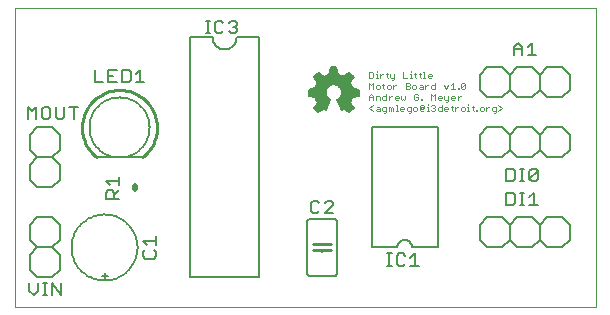
<source format=gto>
G75*
G70*
%OFA0B0*%
%FSLAX24Y24*%
%IPPOS*%
%LPD*%
%AMOC8*
5,1,8,0,0,1.08239X$1,22.5*
%
%ADD10C,0.0000*%
%ADD11C,0.0040*%
%ADD12C,0.0060*%
%ADD13C,0.0080*%
%ADD14C,0.0100*%
%ADD15C,0.0200*%
D10*
X000180Y000180D02*
X000180Y010176D01*
X019550Y010176D01*
X019550Y000180D01*
X000180Y000180D01*
D11*
X012509Y006673D02*
X012542Y006673D01*
X012575Y006707D01*
X012575Y006873D01*
X012475Y006873D01*
X012442Y006840D01*
X012442Y006773D01*
X012475Y006740D01*
X012575Y006740D01*
X012663Y006740D02*
X012663Y006873D01*
X012696Y006873D01*
X012730Y006840D01*
X012763Y006873D01*
X012796Y006840D01*
X012796Y006740D01*
X012730Y006740D02*
X012730Y006840D01*
X012884Y006740D02*
X012951Y006740D01*
X012917Y006740D02*
X012917Y006940D01*
X012884Y006940D01*
X013031Y006840D02*
X013031Y006773D01*
X013065Y006740D01*
X013131Y006740D01*
X013165Y006807D02*
X013031Y006807D01*
X013031Y006840D02*
X013065Y006873D01*
X013131Y006873D01*
X013165Y006840D01*
X013165Y006807D01*
X013252Y006840D02*
X013252Y006773D01*
X013286Y006740D01*
X013386Y006740D01*
X013386Y006707D02*
X013386Y006873D01*
X013286Y006873D01*
X013252Y006840D01*
X013473Y006840D02*
X013473Y006773D01*
X013507Y006740D01*
X013573Y006740D01*
X013607Y006773D01*
X013607Y006840D01*
X013573Y006873D01*
X013507Y006873D01*
X013473Y006840D01*
X013694Y006773D02*
X013694Y006907D01*
X013728Y006940D01*
X013794Y006940D01*
X013828Y006907D01*
X013828Y006840D01*
X013794Y006807D01*
X013794Y006873D01*
X013728Y006873D01*
X013728Y006807D01*
X013794Y006807D01*
X013828Y006773D02*
X013794Y006740D01*
X013728Y006740D01*
X013694Y006773D01*
X013386Y006707D02*
X013352Y006673D01*
X013319Y006673D01*
X013915Y006740D02*
X013982Y006740D01*
X013949Y006740D02*
X013949Y006873D01*
X013915Y006873D01*
X013949Y006940D02*
X013949Y006974D01*
X014063Y006907D02*
X014096Y006940D01*
X014163Y006940D01*
X014196Y006907D01*
X014196Y006873D01*
X014163Y006840D01*
X014196Y006807D01*
X014196Y006773D01*
X014163Y006740D01*
X014096Y006740D01*
X014063Y006773D01*
X014129Y006840D02*
X014163Y006840D01*
X014284Y006840D02*
X014317Y006873D01*
X014417Y006873D01*
X014417Y006940D02*
X014417Y006740D01*
X014317Y006740D01*
X014284Y006773D01*
X014284Y006840D01*
X014505Y006840D02*
X014505Y006773D01*
X014538Y006740D01*
X014605Y006740D01*
X014638Y006807D02*
X014505Y006807D01*
X014505Y006840D02*
X014538Y006873D01*
X014605Y006873D01*
X014638Y006840D01*
X014638Y006807D01*
X014726Y006873D02*
X014792Y006873D01*
X014759Y006907D02*
X014759Y006773D01*
X014792Y006740D01*
X014873Y006740D02*
X014873Y006873D01*
X014873Y006807D02*
X014940Y006873D01*
X014973Y006873D01*
X015057Y006840D02*
X015057Y006773D01*
X015090Y006740D01*
X015157Y006740D01*
X015190Y006773D01*
X015190Y006840D01*
X015157Y006873D01*
X015090Y006873D01*
X015057Y006840D01*
X015278Y006873D02*
X015311Y006873D01*
X015311Y006740D01*
X015278Y006740D02*
X015345Y006740D01*
X015459Y006773D02*
X015492Y006740D01*
X015459Y006773D02*
X015459Y006907D01*
X015492Y006873D02*
X015425Y006873D01*
X015311Y006940D02*
X015311Y006974D01*
X015683Y006840D02*
X015683Y006773D01*
X015716Y006740D01*
X015783Y006740D01*
X015817Y006773D01*
X015817Y006840D01*
X015783Y006873D01*
X015716Y006873D01*
X015683Y006840D01*
X015606Y006773D02*
X015606Y006740D01*
X015573Y006740D01*
X015573Y006773D01*
X015606Y006773D01*
X015904Y006740D02*
X015904Y006873D01*
X015904Y006807D02*
X015971Y006873D01*
X016004Y006873D01*
X016088Y006840D02*
X016088Y006773D01*
X016122Y006740D01*
X016222Y006740D01*
X016222Y006707D02*
X016222Y006873D01*
X016122Y006873D01*
X016088Y006840D01*
X016309Y006740D02*
X016443Y006840D01*
X016309Y006940D01*
X016222Y006707D02*
X016188Y006673D01*
X016155Y006673D01*
X015047Y007233D02*
X015013Y007233D01*
X014947Y007167D01*
X014947Y007233D02*
X014947Y007100D01*
X014859Y007167D02*
X014726Y007167D01*
X014726Y007200D02*
X014759Y007233D01*
X014826Y007233D01*
X014859Y007200D01*
X014859Y007167D01*
X014826Y007100D02*
X014759Y007100D01*
X014726Y007133D01*
X014726Y007200D01*
X014638Y007233D02*
X014638Y007067D01*
X014605Y007033D01*
X014571Y007033D01*
X014538Y007100D02*
X014638Y007100D01*
X014538Y007100D02*
X014505Y007133D01*
X014505Y007233D01*
X014417Y007200D02*
X014417Y007167D01*
X014284Y007167D01*
X014284Y007200D02*
X014317Y007233D01*
X014384Y007233D01*
X014417Y007200D01*
X014384Y007100D02*
X014317Y007100D01*
X014284Y007133D01*
X014284Y007200D01*
X014196Y007300D02*
X014196Y007100D01*
X014063Y007100D02*
X014063Y007300D01*
X014129Y007233D01*
X014196Y007300D01*
X014196Y007460D02*
X014096Y007460D01*
X014063Y007493D01*
X014063Y007560D01*
X014096Y007593D01*
X014196Y007593D01*
X014196Y007660D02*
X014196Y007460D01*
X013978Y007593D02*
X013945Y007593D01*
X013878Y007527D01*
X013878Y007593D02*
X013878Y007460D01*
X013791Y007460D02*
X013691Y007460D01*
X013657Y007493D01*
X013691Y007527D01*
X013791Y007527D01*
X013791Y007560D02*
X013791Y007460D01*
X013791Y007560D02*
X013757Y007593D01*
X013691Y007593D01*
X013570Y007560D02*
X013537Y007593D01*
X013470Y007593D01*
X013436Y007560D01*
X013436Y007493D01*
X013470Y007460D01*
X013537Y007460D01*
X013570Y007493D01*
X013570Y007560D01*
X013349Y007527D02*
X013349Y007493D01*
X013316Y007460D01*
X013215Y007460D01*
X013215Y007660D01*
X013316Y007660D01*
X013349Y007627D01*
X013349Y007593D01*
X013316Y007560D01*
X013215Y007560D01*
X013316Y007560D02*
X013349Y007527D01*
X013543Y007300D02*
X013510Y007267D01*
X013510Y007133D01*
X013543Y007100D01*
X013610Y007100D01*
X013644Y007133D01*
X013644Y007200D01*
X013577Y007200D01*
X013644Y007267D02*
X013610Y007300D01*
X013543Y007300D01*
X013731Y007133D02*
X013764Y007133D01*
X013764Y007100D01*
X013731Y007100D01*
X013731Y007133D01*
X013202Y007133D02*
X013202Y007233D01*
X013202Y007133D02*
X013168Y007100D01*
X013135Y007133D01*
X013101Y007100D01*
X013068Y007133D01*
X013068Y007233D01*
X012981Y007200D02*
X012981Y007167D01*
X012847Y007167D01*
X012847Y007200D02*
X012880Y007233D01*
X012947Y007233D01*
X012981Y007200D01*
X012947Y007100D02*
X012880Y007100D01*
X012847Y007133D01*
X012847Y007200D01*
X012763Y007233D02*
X012730Y007233D01*
X012663Y007167D01*
X012663Y007233D02*
X012663Y007100D01*
X012575Y007100D02*
X012475Y007100D01*
X012442Y007133D01*
X012442Y007200D01*
X012475Y007233D01*
X012575Y007233D01*
X012575Y007300D02*
X012575Y007100D01*
X012354Y007100D02*
X012354Y007200D01*
X012321Y007233D01*
X012221Y007233D01*
X012221Y007100D01*
X012133Y007100D02*
X012133Y007233D01*
X012067Y007300D01*
X012000Y007233D01*
X012000Y007100D01*
X012000Y007200D02*
X012133Y007200D01*
X012133Y006940D02*
X012000Y006840D01*
X012133Y006740D01*
X012221Y006773D02*
X012254Y006807D01*
X012354Y006807D01*
X012354Y006840D02*
X012354Y006740D01*
X012254Y006740D01*
X012221Y006773D01*
X012254Y006873D02*
X012321Y006873D01*
X012354Y006840D01*
X012321Y007460D02*
X012254Y007460D01*
X012221Y007493D01*
X012221Y007560D01*
X012254Y007593D01*
X012321Y007593D01*
X012354Y007560D01*
X012354Y007493D01*
X012321Y007460D01*
X012475Y007493D02*
X012509Y007460D01*
X012475Y007493D02*
X012475Y007627D01*
X012442Y007593D02*
X012509Y007593D01*
X012589Y007560D02*
X012589Y007493D01*
X012623Y007460D01*
X012689Y007460D01*
X012723Y007493D01*
X012723Y007560D01*
X012689Y007593D01*
X012623Y007593D01*
X012589Y007560D01*
X012810Y007527D02*
X012877Y007593D01*
X012910Y007593D01*
X012810Y007593D02*
X012810Y007460D01*
X012800Y007753D02*
X012767Y007753D01*
X012800Y007753D02*
X012833Y007787D01*
X012833Y007953D01*
X012833Y007820D02*
X012733Y007820D01*
X012700Y007853D01*
X012700Y007953D01*
X012619Y007953D02*
X012552Y007953D01*
X012586Y007987D02*
X012586Y007853D01*
X012619Y007820D01*
X012468Y007953D02*
X012435Y007953D01*
X012368Y007887D01*
X012368Y007953D02*
X012368Y007820D01*
X012288Y007820D02*
X012221Y007820D01*
X012254Y007820D02*
X012254Y007953D01*
X012221Y007953D01*
X012254Y008020D02*
X012254Y008054D01*
X012133Y007987D02*
X012100Y008020D01*
X012000Y008020D01*
X012000Y007820D01*
X012100Y007820D01*
X012133Y007853D01*
X012133Y007987D01*
X012133Y007660D02*
X012067Y007593D01*
X012000Y007660D01*
X012000Y007460D01*
X012133Y007460D02*
X012133Y007660D01*
X013142Y007820D02*
X013275Y007820D01*
X013363Y007820D02*
X013429Y007820D01*
X013396Y007820D02*
X013396Y007953D01*
X013363Y007953D01*
X013396Y008020D02*
X013396Y008054D01*
X013510Y007953D02*
X013577Y007953D01*
X013543Y007987D02*
X013543Y007853D01*
X013577Y007820D01*
X013691Y007853D02*
X013724Y007820D01*
X013691Y007853D02*
X013691Y007987D01*
X013724Y007953D02*
X013657Y007953D01*
X013805Y008020D02*
X013838Y008020D01*
X013838Y007820D01*
X013805Y007820D02*
X013871Y007820D01*
X013952Y007853D02*
X013952Y007920D01*
X013985Y007953D01*
X014052Y007953D01*
X014086Y007920D01*
X014086Y007887D01*
X013952Y007887D01*
X013952Y007853D02*
X013985Y007820D01*
X014052Y007820D01*
X014505Y007593D02*
X014571Y007460D01*
X014638Y007593D01*
X014726Y007593D02*
X014792Y007660D01*
X014792Y007460D01*
X014726Y007460D02*
X014859Y007460D01*
X014947Y007460D02*
X014980Y007460D01*
X014980Y007493D01*
X014947Y007493D01*
X014947Y007460D01*
X015057Y007493D02*
X015190Y007627D01*
X015190Y007493D01*
X015157Y007460D01*
X015090Y007460D01*
X015057Y007493D01*
X015057Y007627D01*
X015090Y007660D01*
X015157Y007660D01*
X015190Y007627D01*
X013142Y007820D02*
X013142Y008020D01*
D12*
X011650Y007440D02*
X011650Y007240D01*
X011430Y007200D01*
X011374Y007200D02*
X011070Y007200D01*
X011026Y007142D02*
X011362Y007142D01*
X011351Y007083D02*
X010982Y007083D01*
X010980Y007080D02*
X011130Y007280D01*
X011080Y007530D01*
X010880Y007630D01*
X010680Y007630D01*
X010530Y007480D01*
X010530Y007180D01*
X010680Y007080D01*
X010530Y006830D01*
X010480Y006830D01*
X010330Y006730D01*
X010230Y006830D01*
X010330Y006980D01*
X010230Y007230D01*
X010030Y007280D01*
X010030Y007430D01*
X010230Y007430D01*
X010330Y007680D01*
X010180Y007880D01*
X010330Y007980D01*
X010480Y007830D01*
X010680Y007930D01*
X010730Y008130D01*
X010880Y008130D01*
X010930Y007930D01*
X011130Y007830D01*
X011330Y007980D01*
X011430Y007880D01*
X011330Y007680D01*
X011430Y007430D01*
X011630Y007430D01*
X011630Y007280D01*
X011380Y007230D01*
X011330Y006980D01*
X011430Y006830D01*
X011330Y006730D01*
X011180Y006830D01*
X011080Y006780D01*
X010980Y007080D01*
X010940Y007100D02*
X011080Y006760D01*
X011160Y006800D01*
X011340Y006680D01*
X011480Y006820D01*
X011350Y007000D01*
X011339Y007025D02*
X010998Y007025D01*
X011018Y006966D02*
X011339Y006966D01*
X011378Y006908D02*
X011037Y006908D01*
X011057Y006849D02*
X011417Y006849D01*
X011391Y006791D02*
X011239Y006791D01*
X011327Y006732D02*
X011332Y006732D01*
X011101Y006791D02*
X011076Y006791D01*
X010700Y007100D02*
X010550Y006760D01*
X010480Y006800D01*
X010300Y006680D01*
X010160Y006820D01*
X010280Y007000D01*
X010312Y007025D02*
X010647Y007025D01*
X010675Y007083D02*
X010289Y007083D01*
X010265Y007142D02*
X010588Y007142D01*
X010530Y007200D02*
X010242Y007200D01*
X010200Y007200D02*
X009980Y007240D01*
X009980Y007440D01*
X010210Y007480D01*
X010255Y007493D02*
X010543Y007493D01*
X010530Y007434D02*
X010232Y007434D01*
X010278Y007551D02*
X010601Y007551D01*
X010660Y007610D02*
X010302Y007610D01*
X010290Y007670D02*
X010160Y007860D01*
X010300Y008000D01*
X010490Y007870D01*
X010507Y007844D02*
X011103Y007844D01*
X011148Y007844D02*
X011412Y007844D01*
X011408Y007902D02*
X011226Y007902D01*
X011140Y007870D02*
X011340Y008000D01*
X011480Y007860D01*
X011340Y007670D01*
X011335Y007668D02*
X010325Y007668D01*
X010295Y007727D02*
X011353Y007727D01*
X011383Y007785D02*
X010251Y007785D01*
X010207Y007844D02*
X010466Y007844D01*
X010408Y007902D02*
X010213Y007902D01*
X010301Y007961D02*
X010349Y007961D01*
X010624Y007902D02*
X010986Y007902D01*
X010960Y007940D02*
X010910Y008180D01*
X010720Y008180D01*
X010670Y007940D01*
X010688Y007961D02*
X010922Y007961D01*
X010908Y008019D02*
X010702Y008019D01*
X010717Y008078D02*
X010893Y008078D01*
X011304Y007961D02*
X011349Y007961D01*
X011358Y007610D02*
X010921Y007610D01*
X011038Y007551D02*
X011382Y007551D01*
X011405Y007493D02*
X011087Y007493D01*
X011099Y007434D02*
X011428Y007434D01*
X011430Y007480D02*
X011650Y007440D01*
X011630Y007376D02*
X011111Y007376D01*
X011123Y007317D02*
X011630Y007317D01*
X011523Y007259D02*
X011114Y007259D01*
X011432Y007480D02*
X011420Y007520D01*
X011405Y007559D01*
X011387Y007597D01*
X011367Y007633D01*
X011345Y007668D01*
X010940Y007100D02*
X010968Y007116D01*
X010995Y007135D01*
X011018Y007157D01*
X011039Y007182D01*
X011057Y007210D01*
X011072Y007239D01*
X011082Y007270D01*
X011090Y007301D01*
X011093Y007334D01*
X011092Y007366D01*
X011088Y007399D01*
X011079Y007430D01*
X011067Y007460D01*
X011052Y007489D01*
X011033Y007516D01*
X011011Y007540D01*
X010987Y007561D01*
X010960Y007580D01*
X010931Y007595D01*
X010900Y007606D01*
X010869Y007614D01*
X010836Y007618D01*
X010804Y007618D01*
X010771Y007614D01*
X010740Y007606D01*
X010709Y007595D01*
X010680Y007580D01*
X010653Y007561D01*
X010629Y007540D01*
X010607Y007516D01*
X010588Y007489D01*
X010573Y007460D01*
X010561Y007430D01*
X010552Y007399D01*
X010548Y007366D01*
X010547Y007334D01*
X010550Y007301D01*
X010558Y007270D01*
X010568Y007239D01*
X010583Y007210D01*
X010601Y007182D01*
X010622Y007157D01*
X010645Y007135D01*
X010672Y007116D01*
X010700Y007100D01*
X010612Y006966D02*
X010321Y006966D01*
X010282Y006908D02*
X010577Y006908D01*
X010541Y006849D02*
X010243Y006849D01*
X010269Y006791D02*
X010421Y006791D01*
X010333Y006732D02*
X010328Y006732D01*
X010530Y007259D02*
X010116Y007259D01*
X010030Y007317D02*
X010530Y007317D01*
X010530Y007376D02*
X010030Y007376D01*
X010202Y007184D02*
X010217Y007137D01*
X010235Y007091D01*
X010257Y007047D01*
X010282Y007005D01*
X010492Y007866D02*
X010534Y007889D01*
X010577Y007908D01*
X010622Y007925D01*
X010668Y007937D01*
X010960Y007941D02*
X011006Y007929D01*
X011052Y007913D01*
X011096Y007893D01*
X011139Y007870D01*
X011429Y007201D02*
X011419Y007159D01*
X011406Y007118D01*
X011390Y007078D01*
X011371Y007039D01*
X011349Y007002D01*
X010208Y007482D02*
X010219Y007522D01*
X010233Y007561D01*
X010249Y007598D01*
X010268Y007635D01*
X010289Y007670D01*
X008330Y009180D02*
X007580Y009180D01*
X007578Y009141D01*
X007572Y009102D01*
X007563Y009064D01*
X007550Y009027D01*
X007533Y008991D01*
X007513Y008958D01*
X007489Y008926D01*
X007463Y008897D01*
X007434Y008871D01*
X007402Y008847D01*
X007369Y008827D01*
X007333Y008810D01*
X007296Y008797D01*
X007258Y008788D01*
X007219Y008782D01*
X007180Y008780D01*
X007141Y008782D01*
X007102Y008788D01*
X007064Y008797D01*
X007027Y008810D01*
X006991Y008827D01*
X006958Y008847D01*
X006926Y008871D01*
X006897Y008897D01*
X006871Y008926D01*
X006847Y008958D01*
X006827Y008991D01*
X006810Y009027D01*
X006797Y009064D01*
X006788Y009102D01*
X006782Y009141D01*
X006780Y009180D01*
X006030Y009180D01*
X006030Y001180D01*
X008330Y001180D01*
X008330Y009180D01*
X012080Y006180D02*
X012080Y002180D01*
X012930Y002180D01*
X012932Y002210D01*
X012937Y002240D01*
X012946Y002269D01*
X012959Y002296D01*
X012974Y002322D01*
X012993Y002346D01*
X013014Y002367D01*
X013038Y002386D01*
X013064Y002401D01*
X013091Y002414D01*
X013120Y002423D01*
X013150Y002428D01*
X013180Y002430D01*
X013210Y002428D01*
X013240Y002423D01*
X013269Y002414D01*
X013296Y002401D01*
X013322Y002386D01*
X013346Y002367D01*
X013367Y002346D01*
X013386Y002322D01*
X013401Y002296D01*
X013414Y002269D01*
X013423Y002240D01*
X013428Y002210D01*
X013430Y002180D01*
X014280Y002180D01*
X014280Y006180D01*
X012080Y006180D01*
X015680Y005930D02*
X015680Y005430D01*
X015930Y005180D01*
X016430Y005180D01*
X016680Y005430D01*
X016930Y005180D01*
X017430Y005180D01*
X017680Y005430D01*
X017930Y005180D01*
X018430Y005180D01*
X018680Y005430D01*
X018680Y005930D01*
X018430Y006180D01*
X017930Y006180D01*
X017680Y005930D01*
X017680Y005430D01*
X017680Y005930D02*
X017430Y006180D01*
X016930Y006180D01*
X016680Y005930D01*
X016680Y005430D01*
X016680Y005930D02*
X016430Y006180D01*
X015930Y006180D01*
X015680Y005930D01*
X015930Y007180D02*
X016430Y007180D01*
X016680Y007430D01*
X016930Y007180D01*
X017430Y007180D01*
X017680Y007430D01*
X017930Y007180D01*
X018430Y007180D01*
X018680Y007430D01*
X018680Y007930D01*
X018430Y008180D01*
X017930Y008180D01*
X017680Y007930D01*
X017680Y007430D01*
X017680Y007930D02*
X017430Y008180D01*
X016930Y008180D01*
X016680Y007930D01*
X016680Y007430D01*
X015930Y007180D02*
X015680Y007430D01*
X015680Y007930D01*
X015930Y008180D01*
X016430Y008180D01*
X016680Y007930D01*
X016430Y003180D02*
X015930Y003180D01*
X015680Y002930D01*
X015680Y002430D01*
X015930Y002180D01*
X016430Y002180D01*
X016680Y002430D01*
X016930Y002180D01*
X017430Y002180D01*
X017680Y002430D01*
X017930Y002180D01*
X018430Y002180D01*
X018680Y002430D01*
X018680Y002930D01*
X018430Y003180D01*
X017930Y003180D01*
X017680Y002930D01*
X017680Y002430D01*
X017680Y002930D02*
X017430Y003180D01*
X016930Y003180D01*
X016680Y002930D01*
X016680Y002430D01*
X016680Y002930D02*
X016430Y003180D01*
X010930Y003030D02*
X010930Y001330D01*
X010928Y001313D01*
X010924Y001296D01*
X010917Y001280D01*
X010907Y001266D01*
X010894Y001253D01*
X010880Y001243D01*
X010864Y001236D01*
X010847Y001232D01*
X010830Y001230D01*
X010030Y001230D01*
X010013Y001232D01*
X009996Y001236D01*
X009980Y001243D01*
X009966Y001253D01*
X009953Y001266D01*
X009943Y001280D01*
X009936Y001296D01*
X009932Y001313D01*
X009930Y001330D01*
X009930Y003030D01*
X009932Y003047D01*
X009936Y003064D01*
X009943Y003080D01*
X009953Y003094D01*
X009966Y003107D01*
X009980Y003117D01*
X009996Y003124D01*
X010013Y003128D01*
X010030Y003130D01*
X010830Y003130D01*
X010847Y003128D01*
X010864Y003124D01*
X010880Y003117D01*
X010894Y003107D01*
X010907Y003094D01*
X010917Y003080D01*
X010924Y003064D01*
X010928Y003047D01*
X010930Y003030D01*
X010430Y002330D02*
X010430Y002280D01*
X010430Y002080D02*
X010430Y002030D01*
X003280Y001230D02*
X003080Y001230D01*
X003180Y001330D02*
X003180Y001130D01*
X001680Y001430D02*
X001680Y001930D01*
X001430Y002180D01*
X000930Y002180D01*
X000680Y001930D01*
X000680Y001430D01*
X000930Y001180D01*
X001430Y001180D01*
X001680Y001430D01*
X001430Y002180D02*
X001680Y002430D01*
X001680Y002930D01*
X001430Y003180D01*
X000930Y003180D01*
X000680Y002930D01*
X000680Y002430D01*
X000930Y002180D01*
X002080Y002180D02*
X002082Y002246D01*
X002088Y002311D01*
X002098Y002376D01*
X002111Y002441D01*
X002129Y002504D01*
X002150Y002567D01*
X002175Y002627D01*
X002204Y002687D01*
X002236Y002744D01*
X002271Y002800D01*
X002310Y002853D01*
X002352Y002904D01*
X002396Y002952D01*
X002444Y002997D01*
X002494Y003040D01*
X002547Y003079D01*
X002602Y003116D01*
X002659Y003149D01*
X002718Y003178D01*
X002778Y003204D01*
X002840Y003226D01*
X002903Y003245D01*
X002967Y003259D01*
X003032Y003270D01*
X003098Y003277D01*
X003164Y003280D01*
X003229Y003279D01*
X003295Y003274D01*
X003360Y003265D01*
X003425Y003252D01*
X003488Y003236D01*
X003551Y003216D01*
X003612Y003191D01*
X003672Y003164D01*
X003730Y003133D01*
X003786Y003098D01*
X003840Y003060D01*
X003891Y003019D01*
X003940Y002975D01*
X003986Y002928D01*
X004030Y002879D01*
X004070Y002827D01*
X004107Y002772D01*
X004141Y002716D01*
X004171Y002657D01*
X004198Y002597D01*
X004221Y002536D01*
X004240Y002473D01*
X004256Y002409D01*
X004268Y002344D01*
X004276Y002279D01*
X004280Y002213D01*
X004280Y002147D01*
X004276Y002081D01*
X004268Y002016D01*
X004256Y001951D01*
X004240Y001887D01*
X004221Y001824D01*
X004198Y001763D01*
X004171Y001703D01*
X004141Y001644D01*
X004107Y001588D01*
X004070Y001533D01*
X004030Y001481D01*
X003986Y001432D01*
X003940Y001385D01*
X003891Y001341D01*
X003840Y001300D01*
X003786Y001262D01*
X003730Y001227D01*
X003672Y001196D01*
X003612Y001169D01*
X003551Y001144D01*
X003488Y001124D01*
X003425Y001108D01*
X003360Y001095D01*
X003295Y001086D01*
X003229Y001081D01*
X003164Y001080D01*
X003098Y001083D01*
X003032Y001090D01*
X002967Y001101D01*
X002903Y001115D01*
X002840Y001134D01*
X002778Y001156D01*
X002718Y001182D01*
X002659Y001211D01*
X002602Y001244D01*
X002547Y001281D01*
X002494Y001320D01*
X002444Y001363D01*
X002396Y001408D01*
X002352Y001456D01*
X002310Y001507D01*
X002271Y001560D01*
X002236Y001616D01*
X002204Y001673D01*
X002175Y001733D01*
X002150Y001793D01*
X002129Y001856D01*
X002111Y001919D01*
X002098Y001984D01*
X002088Y002049D01*
X002082Y002114D01*
X002080Y002180D01*
X001430Y004180D02*
X000930Y004180D01*
X000680Y004430D01*
X000680Y004930D01*
X000930Y005180D01*
X000680Y005430D01*
X000680Y005930D01*
X000930Y006180D01*
X001430Y006180D01*
X001680Y005930D01*
X001680Y005430D01*
X001430Y005180D01*
X001680Y004930D01*
X001680Y004430D01*
X001430Y004180D01*
X001430Y005180D02*
X000930Y005180D01*
X002680Y006180D02*
X002682Y006243D01*
X002688Y006305D01*
X002698Y006367D01*
X002711Y006429D01*
X002729Y006489D01*
X002750Y006548D01*
X002775Y006606D01*
X002804Y006662D01*
X002836Y006716D01*
X002871Y006768D01*
X002909Y006817D01*
X002951Y006865D01*
X002995Y006909D01*
X003043Y006951D01*
X003092Y006989D01*
X003144Y007024D01*
X003198Y007056D01*
X003254Y007085D01*
X003312Y007110D01*
X003371Y007131D01*
X003431Y007149D01*
X003493Y007162D01*
X003555Y007172D01*
X003617Y007178D01*
X003680Y007180D01*
X003743Y007178D01*
X003805Y007172D01*
X003867Y007162D01*
X003929Y007149D01*
X003989Y007131D01*
X004048Y007110D01*
X004106Y007085D01*
X004162Y007056D01*
X004216Y007024D01*
X004268Y006989D01*
X004317Y006951D01*
X004365Y006909D01*
X004409Y006865D01*
X004451Y006817D01*
X004489Y006768D01*
X004524Y006716D01*
X004556Y006662D01*
X004585Y006606D01*
X004610Y006548D01*
X004631Y006489D01*
X004649Y006429D01*
X004662Y006367D01*
X004672Y006305D01*
X004678Y006243D01*
X004680Y006180D01*
X004678Y006117D01*
X004672Y006055D01*
X004662Y005993D01*
X004649Y005931D01*
X004631Y005871D01*
X004610Y005812D01*
X004585Y005754D01*
X004556Y005698D01*
X004524Y005644D01*
X004489Y005592D01*
X004451Y005543D01*
X004409Y005495D01*
X004365Y005451D01*
X004317Y005409D01*
X004268Y005371D01*
X004216Y005336D01*
X004162Y005304D01*
X004106Y005275D01*
X004048Y005250D01*
X003989Y005229D01*
X003929Y005211D01*
X003867Y005198D01*
X003805Y005188D01*
X003743Y005182D01*
X003680Y005180D01*
X003617Y005182D01*
X003555Y005188D01*
X003493Y005198D01*
X003431Y005211D01*
X003371Y005229D01*
X003312Y005250D01*
X003254Y005275D01*
X003198Y005304D01*
X003144Y005336D01*
X003092Y005371D01*
X003043Y005409D01*
X002995Y005451D01*
X002951Y005495D01*
X002909Y005543D01*
X002871Y005592D01*
X002836Y005644D01*
X002804Y005698D01*
X002775Y005754D01*
X002750Y005812D01*
X002729Y005871D01*
X002711Y005931D01*
X002698Y005993D01*
X002688Y006055D01*
X002682Y006117D01*
X002680Y006180D01*
D13*
X002151Y006450D02*
X002151Y006870D01*
X002291Y006870D02*
X002010Y006870D01*
X001830Y006870D02*
X001830Y006520D01*
X001760Y006450D01*
X001620Y006450D01*
X001550Y006520D01*
X001550Y006870D01*
X001370Y006800D02*
X001300Y006870D01*
X001160Y006870D01*
X001090Y006800D01*
X001090Y006520D01*
X001160Y006450D01*
X001300Y006450D01*
X001370Y006520D01*
X001370Y006800D01*
X000909Y006870D02*
X000909Y006450D01*
X000629Y006450D02*
X000629Y006870D01*
X000769Y006730D01*
X000909Y006870D01*
X002849Y007680D02*
X003129Y007680D01*
X003310Y007680D02*
X003590Y007680D01*
X003770Y007680D02*
X003980Y007680D01*
X004050Y007750D01*
X004050Y008030D01*
X003980Y008100D01*
X003770Y008100D01*
X003770Y007680D01*
X003450Y007890D02*
X003310Y007890D01*
X003310Y008100D02*
X003310Y007680D01*
X002849Y007680D02*
X002849Y008100D01*
X003310Y008100D02*
X003590Y008100D01*
X004230Y007960D02*
X004371Y008100D01*
X004371Y007680D01*
X004511Y007680D02*
X004230Y007680D01*
X006556Y009320D02*
X006696Y009320D01*
X006626Y009320D02*
X006626Y009740D01*
X006556Y009740D02*
X006696Y009740D01*
X006863Y009670D02*
X006863Y009390D01*
X006933Y009320D01*
X007073Y009320D01*
X007143Y009390D01*
X007323Y009390D02*
X007394Y009320D01*
X007534Y009320D01*
X007604Y009390D01*
X007604Y009460D01*
X007534Y009530D01*
X007464Y009530D01*
X007534Y009530D02*
X007604Y009600D01*
X007604Y009670D01*
X007534Y009740D01*
X007394Y009740D01*
X007323Y009670D01*
X007143Y009670D02*
X007073Y009740D01*
X006933Y009740D01*
X006863Y009670D01*
X004430Y005180D02*
X002930Y005180D01*
X003650Y004540D02*
X003650Y004260D01*
X003650Y004400D02*
X003230Y004400D01*
X003370Y004260D01*
X003300Y004080D02*
X003440Y004080D01*
X003510Y004010D01*
X003510Y003800D01*
X003650Y003800D02*
X003230Y003800D01*
X003230Y004010D01*
X003300Y004080D01*
X003510Y003940D02*
X003650Y004080D01*
X004890Y002550D02*
X004890Y002270D01*
X004820Y002090D02*
X004890Y002020D01*
X004890Y001880D01*
X004820Y001810D01*
X004540Y001810D01*
X004470Y001880D01*
X004470Y002020D01*
X004540Y002090D01*
X004610Y002270D02*
X004470Y002410D01*
X004890Y002410D01*
X001724Y001010D02*
X001724Y000590D01*
X001443Y001010D01*
X001443Y000590D01*
X001277Y000590D02*
X001137Y000590D01*
X001207Y000590D02*
X001207Y001010D01*
X001137Y001010D02*
X001277Y001010D01*
X000956Y001010D02*
X000956Y000730D01*
X000816Y000590D01*
X000676Y000730D01*
X000676Y001010D01*
X010060Y003390D02*
X010130Y003320D01*
X010270Y003320D01*
X010340Y003390D01*
X010520Y003320D02*
X010800Y003600D01*
X010800Y003670D01*
X010730Y003740D01*
X010590Y003740D01*
X010520Y003670D01*
X010340Y003670D02*
X010270Y003740D01*
X010130Y003740D01*
X010060Y003670D01*
X010060Y003390D01*
X010520Y003320D02*
X010800Y003320D01*
X012606Y001980D02*
X012746Y001980D01*
X012676Y001980D02*
X012676Y001560D01*
X012606Y001560D02*
X012746Y001560D01*
X012913Y001630D02*
X012983Y001560D01*
X013123Y001560D01*
X013193Y001630D01*
X013373Y001560D02*
X013654Y001560D01*
X013514Y001560D02*
X013514Y001980D01*
X013373Y001840D01*
X013193Y001910D02*
X013123Y001980D01*
X012983Y001980D01*
X012913Y001910D01*
X012913Y001630D01*
X016576Y003590D02*
X016786Y003590D01*
X016856Y003660D01*
X016856Y003940D01*
X016786Y004010D01*
X016576Y004010D01*
X016576Y003590D01*
X017037Y003590D02*
X017177Y003590D01*
X017107Y003590D02*
X017107Y004010D01*
X017037Y004010D02*
X017177Y004010D01*
X017343Y003870D02*
X017484Y004010D01*
X017484Y003590D01*
X017624Y003590D02*
X017343Y003590D01*
X017414Y004390D02*
X017343Y004460D01*
X017624Y004740D01*
X017624Y004460D01*
X017554Y004390D01*
X017414Y004390D01*
X017343Y004460D02*
X017343Y004740D01*
X017414Y004810D01*
X017554Y004810D01*
X017624Y004740D01*
X017177Y004810D02*
X017037Y004810D01*
X017107Y004810D02*
X017107Y004390D01*
X017037Y004390D02*
X017177Y004390D01*
X016856Y004460D02*
X016786Y004390D01*
X016576Y004390D01*
X016576Y004810D01*
X016786Y004810D01*
X016856Y004740D01*
X016856Y004460D01*
X016830Y008590D02*
X016830Y008870D01*
X016970Y009010D01*
X017110Y008870D01*
X017110Y008590D01*
X017290Y008590D02*
X017570Y008590D01*
X017430Y008590D02*
X017430Y009010D01*
X017290Y008870D01*
X017110Y008800D02*
X016830Y008800D01*
D14*
X010730Y002280D02*
X010430Y002280D01*
X010130Y002280D01*
X010130Y002080D02*
X010430Y002080D01*
X010730Y002080D01*
X004430Y005180D02*
X004484Y005223D01*
X004536Y005269D01*
X004585Y005318D01*
X004632Y005370D01*
X004675Y005424D01*
X004716Y005480D01*
X004753Y005539D01*
X004787Y005599D01*
X004817Y005662D01*
X004844Y005725D01*
X004868Y005791D01*
X004888Y005857D01*
X004904Y005925D01*
X004916Y005993D01*
X004924Y006062D01*
X004929Y006131D01*
X004930Y006201D01*
X004927Y006270D01*
X004920Y006339D01*
X004909Y006407D01*
X004895Y006475D01*
X004876Y006542D01*
X004854Y006608D01*
X004829Y006673D01*
X004800Y006736D01*
X004767Y006797D01*
X004731Y006856D01*
X004692Y006913D01*
X004650Y006969D01*
X004605Y007021D01*
X004557Y007071D01*
X004506Y007118D01*
X004452Y007163D01*
X004397Y007204D01*
X004339Y007242D01*
X004279Y007277D01*
X004217Y007309D01*
X004154Y007337D01*
X004089Y007361D01*
X004023Y007382D01*
X003955Y007399D01*
X003887Y007413D01*
X003818Y007422D01*
X003749Y007428D01*
X003680Y007430D01*
X003611Y007428D01*
X003542Y007422D01*
X003473Y007413D01*
X003405Y007399D01*
X003337Y007382D01*
X003271Y007361D01*
X003206Y007337D01*
X003143Y007309D01*
X003081Y007277D01*
X003021Y007242D01*
X002963Y007204D01*
X002908Y007163D01*
X002854Y007118D01*
X002803Y007071D01*
X002755Y007021D01*
X002710Y006969D01*
X002668Y006913D01*
X002629Y006856D01*
X002593Y006797D01*
X002560Y006736D01*
X002531Y006673D01*
X002506Y006608D01*
X002484Y006542D01*
X002465Y006475D01*
X002451Y006407D01*
X002440Y006339D01*
X002433Y006270D01*
X002430Y006201D01*
X002431Y006131D01*
X002436Y006062D01*
X002444Y005993D01*
X002456Y005925D01*
X002472Y005857D01*
X002492Y005791D01*
X002516Y005725D01*
X002543Y005662D01*
X002573Y005599D01*
X002607Y005539D01*
X002644Y005480D01*
X002685Y005424D01*
X002728Y005370D01*
X002775Y005318D01*
X002824Y005269D01*
X002876Y005223D01*
X002930Y005180D01*
D15*
X004180Y004230D02*
X004180Y004130D01*
M02*

</source>
